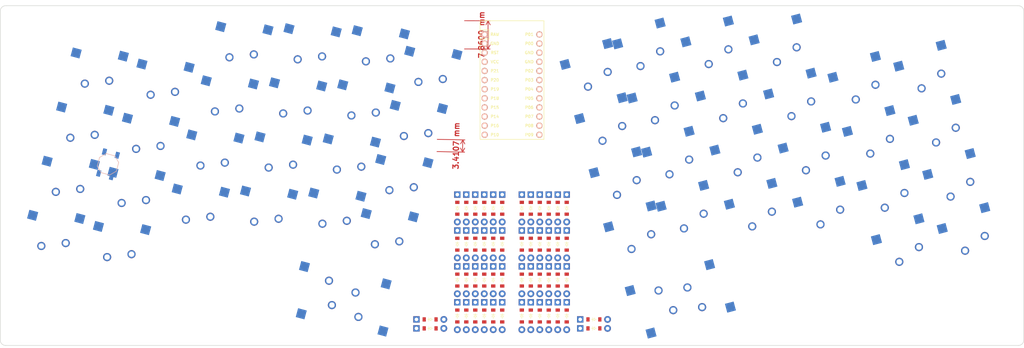
<source format=kicad_pcb>
(kicad_pcb (version 20220131) (generator pcbnew)
  (title_block (title "tin52mx_pm") (rev "v1.0.0") (company "Unknown"))
  (layers (0 "F.Cu" signal) (31 "B.Cu" signal) (34 "B.Paste" user) (35 "F.Paste" user) (36 "B.SilkS" user "B.Silkscreen") (37 "F.SilkS" user "F.Silkscreen") (38 "B.Mask" user) (39 "F.Mask" user) (44 "Edge.Cuts" user))
  (net 0 "")
  (net 1 "P1")
  (net 2 "outer_bottom")
  (net 3 "outer_home")
  (net 4 "outer_top")
  (net 5 "outer_num")
  (net 6 "P0")
  (net 7 "pinky_bottom")
  (net 8 "pinky_home")
  (net 9 "pinky_top")
  (net 10 "pinky_num")
  (net 11 "P2")
  (net 12 "ring_bottom")
  (net 13 "ring_home")
  (net 14 "ring_top")
  (net 15 "ring_num")
  (net 16 "P3")
  (net 17 "middle_bottom")
  (net 18 "middle_home")
  (net 19 "middle_top")
  (net 20 "middle_num")
  (net 21 "P4")
  (net 22 "index_bottom")
  (net 23 "index_home")
  (net 24 "index_top")
  (net 25 "index_num")
  (net 26 "P5")
  (net 27 "inner_bottom")
  (net 28 "inner_home")
  (net 29 "inner_top")
  (net 30 "inner_num")
  (net 31 "outer_thumb")
  (net 32 "inner_thumb")
  (net 33 "P6")
  (net 34 "P7")
  (net 35 "P8")
  (net 36 "P9")
  (net 37 "index_thumb")
  (net 38 "P10")
  (net 39 "P21")
  (net 40 "mirror_outer_bottom")
  (net 41 "mirror_outer_home")
  (net 42 "mirror_outer_top")
  (net 43 "mirror_outer_num")
  (net 44 "P20")
  (net 45 "mirror_pinky_bottom")
  (net 46 "mirror_pinky_home")
  (net 47 "mirror_pinky_top")
  (net 48 "mirror_pinky_num")
  (net 49 "P19")
  (net 50 "mirror_ring_bottom")
  (net 51 "mirror_ring_home")
  (net 52 "mirror_ring_top")
  (net 53 "mirror_ring_num")
  (net 54 "P18")
  (net 55 "mirror_middle_bottom")
  (net 56 "mirror_middle_home")
  (net 57 "mirror_middle_top")
  (net 58 "mirror_middle_num")
  (net 59 "P15")
  (net 60 "mirror_index_bottom")
  (net 61 "mirror_index_home")
  (net 62 "mirror_index_top")
  (net 63 "mirror_index_num")
  (net 64 "P14")
  (net 65 "mirror_inner_bottom")
  (net 66 "mirror_inner_home")
  (net 67 "mirror_inner_top")
  (net 68 "mirror_inner_num")
  (net 69 "mirror_outer_thumb")
  (net 70 "mirror_inner_thumb")
  (net 71 "mirror_index_thumb")
  (net 72 "RAW")
  (net 73 "GND")
  (net 74 "RST")
  (net 75 "VCC")
  (net 76 "P16")
  (footprint "E73:SW_TACT_ALPS_SKQGABE010" (layer "F.Cu") (at 94.673546 113.503341 75)
    (fp_text reference "B1" hide)
    (fp_text value "" hide)
  )
  (footprint "MX" (layer "F.Cu") (at 267.132595 95.103094 15)
    (fp_text reference "S82" hide)
    (fp_text value "" hide)
  )
  (footprint "MX" (layer "F.Cu") (at 167.84762 152.987577 -105)
    (fp_text reference "S52" hide)
    (fp_text value "" hide)
  )
  (footprint "ComboDiode" (layer "F.Cu") (at 209.909589 155.756201 -90)
    (fp_text reference "D47" hide)
    (fp_text value "" hide)
  )
  (footprint "MX" (layer "F.Cu") (at 87.956032 101.868265 165)
    (fp_text reference "S5" hide)
    (fp_text value "" hide)
  )
  (footprint "MX" (layer "F.Cu") (at 233.515125 101.393268 15)
    (fp_text reference "S98" hide)
    (fp_text value "" hide)
  )
  (footprint "MX" (layer "F.Cu") (at 172.768898 131.530154 -15)
    (fp_text reference "S42" hide)
    (fp_text value "" hide)
  )
  (footprint "MX" (layer "F.Cu") (at 334.4783 132.00515 15)
    (fp_text reference "S54" hide)
    (fp_text value "" hide)
  )
  (footprint "ComboDiode" (layer "F.Cu") (at 191.949589 145.756201 -90)
    (fp_text reference "D2" hide)
    (fp_text value "" hide)
  )
  (footprint "MX" (layer "F.Cu") (at 151.264159 80.034651 165)
    (fp_text reference "S31" hide)
    (fp_text value "" hide)
  )
  (footprint "ComboDiode" (layer "F.Cu") (at 229.979589 159.206201)
    (fp_text reference "D51" hide)
    (fp_text value "" hide)
  )
  (footprint "MX" (layer "F.Cu") (at 152.779177 148.95 75)
    (fp_text reference "S50" hide)
    (fp_text value "" hide)
  )
  (footprint "MX" (layer "F.Cu") (at 176.806476 116.461711 -15)
    (fp_text reference "S44" hide)
    (fp_text value "" hide)
  )
  (footprint "ComboDiode" (layer "F.Cu") (at 194.449589 135.756201 -90)
    (fp_text reference "D7" hide)
    (fp_text value "" hide)
  )
  (footprint "MX" (layer "F.Cu") (at 128.224621 94.540867 -15)
    (fp_text reference "S22" hide)
    (fp_text value "" hide)
  )
  (footprint "ComboDiode" (layer "F.Cu") (at 184.379589 159.206201)
    (fp_text reference "D25" hide)
    (fp_text value "" hide)
  )
  (footprint "MX" (layer "F.Cu") (at 322.365568 86.799822 -165)
    (fp_text reference "S59" hide)
    (fp_text value "" hide)
  )
  (footprint "MX" (layer "F.Cu") (at 102.241016 120.03449 165)
    (fp_text reference "S11" hide)
    (fp_text value "" hide)
  )
  (footprint "ComboDiode" (layer "F.Cu") (at 201.949589 145.756201 -90)
    (fp_text reference "D18" hide)
    (fp_text value "" hide)
  )
  (footprint "ComboDiode" (layer "F.Cu") (at 184.379589 156.706201)
    (fp_text reference "D26" hide)
    (fp_text value "" hide)
  )
  (footprint "MX" (layer "F.Cu") (at 267.132595 95.103094 -165)
    (fp_text reference "S81" hide)
    (fp_text value "" hide)
  )
  (footprint "MX" (layer "F.Cu") (at 110.31617 89.897604 165)
    (fp_text reference "S15" hide)
    (fp_text value "" hide)
  )
  (footprint "ComboDiode" (layer "F.Cu") (at 219.909589 155.756201 -90)
    (fp_text reference "D31" hide)
    (fp_text value "" hide)
  )
  (footprint "ComboDiode" (layer "F.Cu") (at 196.949589 135.756201 -90)
    (fp_text reference "D11" hide)
    (fp_text value "" hide)
  )
  (footprint "ComboDiode" (layer "F.Cu") (at 209.909589 125.756201 -90)
    (fp_text reference "D50" hide)
    (fp_text value "" hide)
  )
  (footprint "ComboDiode" (layer "F.Cu") (at 196.949589 125.756201 -90)
    (fp_text reference "D12" hide)
    (fp_text value "" hide)
  )
  (footprint "ComboDiode" (layer "F.Cu") (at 219.909589 135.756201 -90)
    (fp_text reference "D33" hide)
    (fp_text value "" hide)
  )
  (footprint "MX" (layer "F.Cu") (at 180.844053 101.393268 165)
    (fp_text reference "S45" hide)
    (fp_text value "" hide)
  )
  (footprint "ComboDiode" (layer "F.Cu") (at 201.949589 135.756201 -90)
    (fp_text reference "D19" hide)
    (fp_text value "" hide)
  )
  (footprint "ComboDiode" (layer "F.Cu") (at 199.449589 155.756201 -90)
    (fp_text reference "D13" hide)
    (fp_text value "" hide)
  )
  (footprint "MX" (layer "F.Cu") (at 271.170173 110.171537 15)
    (fp_text reference "S80" hide)
    (fp_text value "" hide)
  )
  (footprint "MX" (layer "F.Cu") (at 180.844053 101.393268 -15)
    (fp_text reference "S46" hide)
    (fp_text value "" hide)
  )
  (footprint "ComboDiode" (layer "F.Cu") (at 196.949589 145.756201 -90)
    (fp_text reference "D10" hide)
    (fp_text value "" hide)
  )
  (footprint "ComboDiode" (layer "F.Cu") (at 212.409589 145.756201 -90)
    (fp_text reference "D44" hide)
    (fp_text value "" hide)
  )
  (footprint "MX" (layer "F.Cu") (at 110.31617 89.897604 -15)
    (fp_text reference "S16" hide)
    (fp_text value "" hide)
  )
  (footprint "ComboDiode" (layer "F.Cu") (at 204.449589 155.756201 -90)
    (fp_text reference "D21" hide)
    (fp_text value "" hide)
  )
  (footprint "MX" (layer "F.Cu") (at 244.093057 80.596878 15)
    (fp_text reference "S92" hide)
    (fp_text value "" hide)
  )
  (footprint "MX" (layer "F.Cu") (at 143.189005 110.171537 165)
    (fp_text reference "S27" hide)
    (fp_text value "" hide)
  )
  (footprint "MX" (layer "F.Cu") (at 132.262198 79.472424 -15)
    (fp_text reference "S24" hide)
    (fp_text value "" hide)
  )
  (footprint "MX" (layer "F.Cu") (at 241.590279 131.530154 15)
    (fp_text reference "S94" hide)
    (fp_text value "" hide)
  )
  (footprint "ComboDiode" (layer "F.Cu") (at 217.409589 145.756201 -90)
    (fp_text reference "D36" hide)
    (fp_text value "" hide)
  )
  (footprint "MX" (layer "F.Cu") (at 308.080584 104.966047 -165)
    (fp_text reference "S65" hide)
    (fp_text value "" hide)
  )
  (footprint "MX" (layer "F.Cu") (at 229.477548 86.324825 -165)
    (fp_text reference "S99" hide)
    (fp_text value "" hide)
  )
  (footprint "ComboDiode" (layer "F.Cu") (at 229.979589 156.706201)
    (fp_text reference "D52" hide)
    (fp_text value "" hide)
  )
  (footprint "MX" (layer "F.Cu") (at 326.403145 101.868265 15)
    (fp_text reference "S58" hide)
    (fp_text value "" hide)
  )
  (footprint "MX" (layer "F.Cu") (at 316.155739 135.102933 15)
    (fp_text reference "S62" hide)
    (fp_text value "" hide)
  )
  (footprint "ProMicro" (layer "F.Cu") (at 207.179589 91.324825 -90)
    (fp_text reference "MCU1" hide)
    (fp_text value "" hide)
  )
  (footprint "MX" (layer "F.Cu") (at 151.264159 80.034651 -15)
    (fp_text reference "S32" hide)
    (fp_text value "" hide)
  )
  (footprint "MX" (layer "F.Cu") (at 248.130634 95.665321 -165)
    (fp_text reference "S89" hide)
    (fp_text value "" hide)
  )
  (footprint "ComboDiode" (layer "F.Cu") (at 196.949589 155.756201 -90)
    (fp_text reference "D9" hide)
    (fp_text value "" hide)
  )
  (footprint "MX" (layer "F.Cu") (at 275.20775 125.23998 15)
    (fp_text reference "S78" hide)
    (fp_text value "" hide)
  )
  (footprint "ComboDiode" (layer "F.Cu") (at 212.409589 125.756201 -90)
    (fp_text reference "D46" hide)
    (fp_text value "" hide)
  )
  (footprint "ComboDiode" (layer "F.Cu") (at 217.409589 135.756201 -90)
    (fp_text reference "D37" hide)
    (fp_text value "" hide)
  )
  (footprint "MX" (layer "F.Cu") (at 147.226582 95.103094 -15)
    (fp_text reference "S30" hide)
    (fp_text value "" hide)
  )
  (footprint "MX" (layer "F.Cu") (at 91.993609 86.799822 165)
    (fp_text reference "S7" hide)
    (fp_text value "" hide)
  )
  (footprint "MX" (layer "F.Cu") (at 275.20775 125.23998 -165)
    (fp_text reference "S77" hide)
    (fp_text value "" hide)
  )
  (footprint "MX" (layer "F.Cu") (at 79.880878 132.00515 -15)
    (fp_text reference "S2" hide)
    (fp_text value "" hide)
  )
  (footprint "MX" (layer "F.Cu") (at 252.168211 110.733764 -165)
    (fp_text reference "S87" hide)
    (fp_text value "" hide)
  )
  (footprint "MX" (layer "F.Cu") (at 128.224621 94.540867 165)
    (fp_text reference "S21" hide)
    (fp_text value "" hide)
  )
  (footprint "MX" (layer "F.Cu") (at 294.209711 124.677753 -165)
    (fp_text reference "S69" hide)
    (fp_text value "" hide)
  )
  (footprint "MX" (layer "F.Cu") (at 330.440722 116.936707 -165)
    (fp_text reference "S55" hide)
    (fp_text value "" hide)
  )
  (footprint "MX" (layer "F.Cu") (at 167.84762 152.987577 75)
    (fp_text reference "S51" hide)
    (fp_text value "" hide)
  )
  (footprint "MX" (layer "F.Cu") (at 83.918455 116.936707 165)
    (fp_text reference "S3" hide)
    (fp_text value "" hide)
  )
  (footprint "MX" (layer "F.Cu") (at 286.134556 94.540867 15)
    (fp_text reference "S74" hide)
    (fp_text value "" hide)
  )
  (footprint "ComboDiode" (layer "F.Cu") (at 204.449589 145.756201 -90)
    (fp_text reference "D22" hide)
    (fp_text value "" hide)
  )
  (footprint "MX" (layer "F.Cu") (at 256.205788 125.802207 15)
    (fp_text reference "S86" hide)
    (fp_text value "" hide)
  )
  (footprint "ComboDiode" (layer "F.Cu") (at 201.949589 155.756201 -90)
    (fp_text reference "D17" hide)
    (fp_text value "" hide)
  )
  (footprint "MX" (layer "F.Cu") (at 330.440722 116.936707 15)
    (fp_text reference "S56" hide)
    (fp_text value "" hide)
  )
  (footprint "MX" (layer "F.Cu") (at 91.993609 86.799822 -15)
    (fp_text reference "S8" hide)
    (fp_text value "" hide)
  )
  (footprint "MX" (layer "F.Cu") (at 263.095018 80.034651 15)
    (fp_text reference "S84" hide)
    (fp_text value "" hide)
  )
  (footprint "MX" (layer "F.Cu") (at 233.515125 101.393268 -165)
    (fp_text reference "S97" hide)
    (fp_text value "" hide)
  )
  (footprint "ComboDiode" (layer "F.Cu") (at 204.449589 135.756201 -90)
    (fp_text reference "D23" hide)
    (fp_text value "" hide)
  )
  (footprint "MX" (layer "F.Cu") (at 261.58 148.95 -75)
    (fp_text reference "S102" hide)
    (fp_text value "" hide)
  )
  (footprint "ComboDiode" (layer "F.Cu") (at 201.949589 125.756201 -90)
    (fp_text reference "D20" hide)
    (fp_text value "" hide)
  )
  (footprint "MX" (layer "F.Cu") (at 124.187044 109.60931 -15)
    (fp_text reference "S20" hide)
    (fp_text value "" hide)
  )
  (footprint "MX" (layer "F.Cu") (at 147.226582 95.103094 165)
    (fp_text reference "S29" hide)
    (fp_text value "" hide)
  )
  (footprint "MX" (layer "F.Cu") (at 152.779177 148.95 -105)
    (fp_text reference "S49" hide)
    (fp_text value "" hide)
  )
  (footprint "MX" (layer "F.Cu") (at 87.956032 101.868265 -15)
    (fp_text reference "S6" hide)
    (fp_text value "" hide)
  )
  (footprint "MX" (layer "F.Cu") (at 132.262198 79.472424 165)
    (fp_text reference "S23" hide)
    (fp_text value "" hide)
  )
  (footprint "MX" (layer "F.Cu") (at 176.806476 116.461711 165)
    (fp_text reference "S43" hide)
    (fp_text value "" hide)
  )
  (footprint "MX" (layer "F.Cu") (at 158.153389 125.802207 165)
    (fp_text reference "S33" hide)
    (fp_text value "" hide)
  )
  (footprint "ComboDiode" (layer "F.Cu") (at 222.409589 135.756201 -90)
    (fp_text reference "D29" hide)
    (fp_text value "" hide)
  )
  (footprint "ComboDiode" (layer "F.Cu") (at 217.409589 125.756201 -90)
    (fp_text reference "D38" hide)
    (fp_text value "" hide)
  )
  (footprint "MX" (layer "F.Cu") (at 184.88163 86.324825 165)
    (fp_text reference "S47" hide)
    (fp_text value "" hide)
  )
  (footprint "MX" (layer "F.Cu") (at 271.170173 110.171537 -165)
    (fp_text reference "S79" hide)
    (fp_text value "" hide)
  )
  (footprint "MX" (layer "F.Cu") (at 98.203439 135.102933 165)
    (fp_text reference "S9" hide)
    (fp_text value "" hide)
  )
  (footprint "ComboDiode" (layer "F.Cu") (at 222.409589 125.756201 -90)
    (fp_text reference "D30" hide)
    (fp_text value "" hide)
  )
  (footprint "MX" (layer "F.Cu") (at 304.043007 89.897604 15)
    (fp_text reference "S68" hide)
    (fp_text value "" hide)
  )
  (footprint "MX" (layer "F.Cu") (at 98.203439 135.102933 -15)
    (fp_text reference "S10" hide)
    (fp_text value "" hide)
  )
  (footprint "MX" (layer "F.Cu") (at 248.130634 95.665321 15)
    (fp_text reference "S90" hide)
    (fp_text value "" hide)
  )
  (footprint "MX" (layer "F.Cu") (at 246.511557 152.987577 -75)
    (fp_text reference "S103" hide)
    (fp_text value "" hide)
  )
  (footprint "MX" (layer "F.Cu") (at 166.228543 95.665321 -15)
    (fp_text reference "S38" hide)
    (fp_text value "" hide)
  )
  (footprint "MX" (layer "F.Cu") (at 312.118161 120.03449 15)
    (fp_text reference "S64" hide)
    (fp_text value "" hide)
  )
  (footprint "ComboDiode" (layer "F.Cu") (at 222.409589 155.756201 -90)
    (fp_text reference "D27" hide)
    (fp_text value "" hide)
  )
  (footprint "ComboDiode" (layer "F.Cu") (at 219.909589 145.756201 -90)
    (fp_text reference "D32" hide)
    (fp_text value "" hide)
  )
  (footprint "MX" (layer "F.Cu") (at 106.278593 104.966047 -15)
    (fp_text reference "S14" hide)
    (fp_text value "" hide)
  )
  (footprint "MX" (layer "F.Cu") (at 83.918455 116.936707 -15)
    (fp_text reference "S4" hide)
    (fp_text value "" hide)
  )
  (footprint "MX" (layer "F.Cu") (at 294.209711 124.677753 15)
    (fp_text reference "S70" hide)
    (fp_text value "" hide)
  )
  (footprint "MX" (layer "F.Cu") (at 170.26612 80.596878 -15)
    (fp_text reference "S40" hide)
    (fp_text value "" hide)
  )
  (footprint "MX" (layer "F.Cu") (at 246.511557 152.987577 105)
    (fp_text reference "S104" hide)
    (fp_text value "" hide)
  )
  (footprint "ComboDiode" (layer "F.Cu") (at 214.909589 155.756201 -90)
    (fp_text reference "D39" hide)
    (fp_text value "" hide)
  )
  (footprint "MX" (layer "F.Cu") (at 241.590279 131.530154 -165)
    (fp_text reference "S93" hide)
    (fp_text value "" hide)
  )
  (footprint "MX" (layer "F.Cu") (at 237.552702 116.461711 15)
    (fp_text reference "S96" hide)
    (fp_text value "" hide)
  )
  (footprint "ComboDiode" (layer "F.Cu") (at 191.949589 135.756201 -90)
    (fp_text reference "D3" hide)
    (fp_text value "" hide)
  )
  (footprint "MX" (layer "F.Cu") (at 143.189005 110.171537 -15)
    (fp_text reference "S28" hide)
    (fp_text value "" hide)
  )
  (footprint "ComboDiode" (layer "F.Cu") (at 199.449589 125.756201 -90)
    (fp_text reference "D16" hide)
    (fp_text value "" hide)
  )
  (footprint "ComboDiode" (layer "F.Cu") (at 214.909589 135.756201 -90)
    (fp_text reference "D41" hide)
    (fp_text value "" hide)
  )
  (footprint "MX" (layer "F.Cu") (at 120.149467 124.677753 165)
    (fp_text reference "S17" hide)
    (fp_text value "" hide)
  )
  (footprint "MX" (layer "F.Cu") (at 252.168211 110.733764 15)
    (fp_text reference "S88" hide)
    (fp_text value "" hide)
  )
  (footprint "MX" (layer "F.Cu") (at 334.4783 132.00515 -165)
    (fp_text reference "S53" hide)
    (fp_text value "" hide)
  )
  (footprint "MX" (layer "F.Cu") (at 162.190966 110.733764 165)
    (fp_text reference "S35" hide)
    (fp_text value "" hide)
  )
  (footprint "MX" (layer "F.Cu") (at 124.187044 109.60931 165)
    (fp_text reference "S19" hide)
    (fp_text value "" hide)
  )
  (footprint "ComboDiode" (layer "F.Cu") (at 214.909589 145.756201 -90)
    (fp_text reference "D40" hide)
    (fp_text value "" hide)
  )
  (footprint "MX" (layer "F.Cu") (at 170.26612 80.596878 165)
    (fp_text reference "S39" hide)
    (fp_text value "" hide)
  )
  (footprint "MX" (layer "F.Cu") (at 139.151428 125.23998 165)
    (fp_text reference "S25" hide)
    (fp_text value "" hide)
  )
  (footprint "ComboDiode" (layer "F.Cu") (at 222.409589 145.756201 -90)
    (fp_text reference "D28" hide)
    (fp_text value "" hide)
  )
  (footprint "MX" (layer "F.Cu") (at 139.151428 125.23998 -15)
    (fp_text reference "S26" hide)
    (fp_text value "" hide)
  )
  (footprint "ComboDiode" (layer "F.Cu") (at 212.409589 155.756201 -90)
    (fp_text reference "D43" hide)
    (fp_text value "" hide)
  )
  (footprint "ComboDiode" (layer "F.Cu") (at 199.449589 135.756201 -90)
    (fp_text reference "D15" hide)
    (fp_text value "" hide)
  )
  (footprint "ComboDiode" (layer "F.Cu") (at 209.909589 135.756201 -90)
    (fp_text reference "D49" hide)
    (fp_text value "" hide)
  )
  (footprint "ComboDiode" (layer "F.Cu") (at 214.909589 125.756201 -90)
    (fp_text reference "D42" hide)
    (fp_text value "" hide)
  )
  (footprint "MX" (layer "F.Cu") (at 304.043007 89.897604 -165)
    (fp_text reference "S67" hide)
    (fp_text value "" hide)
  )
  (footprint "MX" (layer "F.Cu") (at 312.118161 120.03449 -165)
    (fp_text reference "S63" hide)
    (fp_text value "" hide)
  )
  (footprint "MX" (layer "F.Cu") (at 229.477548 86.324825 15)
    (fp_text reference "S100" hide)
    (fp_text value "" hide)
  )
  (footprint "ComboDiode" (layer "F.Cu") (at 219.909589 125.756201 -90)
    (fp_text reference "D34" hide)
    (fp_text value "" hide)
  )
  (footprint "ComboDiode" (layer "F.Cu") (at 191.949589 155.756201 -90)
    (fp_text reference "D1" hide)
    (fp_text value "" hide)
  )
  (footprint "MX" (layer "F.Cu") (at 290.172134 109.60931 -165)
    (fp_text reference "S71" hide)
    (fp_text value "" hide)
  )
  (footprint "MX" (layer "F.Cu") (at 261.58 148.95 105)
    (fp_text reference "S101" hide)
    (fp_text value "" hide)
  )
  (footprint "MX" (layer "F.Cu") (at 237.552702 116.461711 -165)
    (fp_text reference "S95" hide)
    (fp_text value "" hide)
  )
  (footprint "MX" (layer "F.Cu") (at 286.134556 94.540867 -165)
    (fp_text reference "S73" hide)
    (fp_text value "" hide)
  )
  (footprint "ComboDiode" (layer "F.Cu") (at 204.449589 125.756201 -90)
    (fp_text reference "D24" hide)
    (fp_text value "" hide)
  )
  (footprint "ComboDiode" (layer "F.Cu") (at 199.449589 145.756201 -90)
    (fp_text reference "D14" hide)
    (fp_text value "" hide)
  )
  (footprint "ComboDiode" (layer "F.Cu") (at 191.949589 125.756201 -90)
    (fp_text reference "D4" hide)
    (fp_text value "" hide)
  )
  (footprint "ComboDiode" (layer "F.Cu") (at 194.449589 145.756201 -90)
    (fp_text reference "D6" hide)
    (fp_text value "" hide)
  )
  (footprint "ComboDiode" (layer "F.Cu") (at 212.409589 135.756201 -90)
    (fp_text reference "D45" hide)
    (fp_text value "" hide)
  )
  (footprint "ComboDiode" (layer "F.Cu") (at 217.409589 155.756201 -90)
    (fp_text reference "D35" hide)
    (fp_text value "" hide)
  )
  (footprint "MX" (layer "F.Cu") (at 326.403145 101.868265 -165)
    (fp_text reference "S57" hide)
    (fp_text value "" hide)
  )
  (footprint "MX" (layer "F.Cu") (at 308.080584 104.966047 15)
    (fp_text reference "S66" hide)
    (fp_text value "" hide)
  )
  (footprint "MX" (layer "F.Cu") (at 172.768898 131.530154 165)
    (fp_text reference "S41" hide)
    (fp_text value "" hide)
  )
  (footprint "ComboDiode" (layer "F.Cu") (at 194.449589 125.756201 -90)
    (fp_text reference "D8" hide)
    (fp_text value "" hide)
  )
  (footprint "MX" (layer "F.Cu") (at 102.241016 120.03449 -15)
    (fp_text reference "S12" hide)
    (fp_text value "" hide)
  )
  (footprint "MX" (layer "F.Cu") (at 120.149467 124.677753 -15)
    (fp_text reference "S18" hide)
    (fp_text value "" hide)
  )
  (footprint "ComboDiode" (layer "F.Cu") (at 209.909589 145.756201 -90)
    (fp_text reference "D48" hide)
    (fp_text value "" hide)
  )
  (footprint "MX" (layer "F.Cu") (at 162.190966 110.733764 -15)
    (fp_text reference "S36" hide)
    (fp_text value "" hide)
  )
  (footprint "MX" (layer "F.Cu") (at 263.095018 80.034651 -165)
    (fp_text reference "S83" hide)
    (fp_text value "" hide)
  )
  (footprint "MX" (layer "F.Cu") (at 79.880878 132.00515 165)
    (fp_text reference "S1" hide)
    (fp_text value "" hide)
  )
  (footprint "MX" (layer "F.Cu") (at 316.155739 135.102933 -165)
    (fp_text reference "S61" hide)
    (fp_text value "" hide)
  )
  (footprint "ComboDiode" (layer "F.Cu") (at 194.449589 155.756201 -90)
    (fp_text reference "D5" hide)
    (fp_text value "" hide)
  )
  (footprint "MX" (layer "F.Cu") (at 290.172134 109.60931 15)
    (fp_text reference "S72" hide)
    (fp_text value "" hide)
  )
  (footprint "MX" (layer "F.Cu") (at 322.365568 86.799822 15)
    (fp_text reference "S60" hide)
    (fp_text value "" hide)
  )
  (footprint "MX" (layer "F.Cu") (at 282.096979 79.472424 -165)
    (fp_text reference "S75" hide)
    (fp_text value "" hide)
  )
  (footprint "MX" (layer "F.Cu") (at 106.278593 104.966047 165)
    (fp_text reference "S13" hide)
    (fp_text value "" hide)
  )
  (footprint "MX" (layer "F.Cu") (at 166.228543 95.665321 165)
    (fp_text reference "S37" hide)
    (fp_text value "" hide)
  )
  (footprint "MX" (layer "F.Cu") (at 256.205788 125.802207 -165)
    (fp_text reference "S85" hide)
    (fp_text value "" hide)
  )
  (footprint "MX" (layer "F.Cu") (at 282.096979 79.472424 15)
    (fp_text reference "S76" hide)
    (fp_text value "" hide)
  )
  (footprint "MX" (layer "F.Cu") (at 158.153389 125.802207 -15)
    (fp_text reference "S34" hide)
    (fp_text value "" hide)
  )
  (footprint "MX" (layer "F.Cu") (at 184.88163 86.324825 -15)
    (fp_text reference "S48" hide)
    (fp_text value "" hide)
  )
  (footprint "MX" (layer "F.Cu") (at 244.093057 80.596878 -165)
    (fp_text reference "S91" hide)
    (fp_text value "" hide)
  )
  (gr_line (start 64.679589 70.856201) (end 64.679589 162.456201) (stroke (width 0.15)) (layer "Edge.Cuts"))
  (gr_line (start 348.179589 69.356201) (end 66.179589 69.356201) (stroke (width 0.15)) (layer "Edge.Cuts"))
  (gr_arc (start 348.179589 69.356201) (mid 349.240249 69.795541) (end 349.679589 70.856201) (stroke (width 0.15)) (layer "Edge.Cuts"))
  (gr_line (start 349.679589 162.456201) (end 349.679589 70.856201) (stroke (width 0.15)) (layer "Edge.Cuts"))
  (gr_line (start 66.179589 163.956201) (end 348.179589 163.956201) (stroke (width 0.15)) (layer "Edge.Cuts"))
  (gr_arc (start 349.679589 162.456201) (mid 349.240249 163.516861) (end 348.179589 163.956201) (stroke (width 0.15)) (layer "Edge.Cuts"))
  (gr_arc (start 66.179589 163.956201) (mid 65.118929 163.516861) (end 64.679589 162.456201) (stroke (width 0.15)) (layer "Edge.Cuts"))
  (gr_arc (start 64.679589 70.856201) (mid 65.118929 69.795541) (end 66.179589 69.356201) (stroke (width 0.15)) (layer "Edge.Cuts"))
  (dimension (type aligned) (layer "F.Cu") (pts (xy 193.44 81.39) (xy 193.46 73.53)) (height 7.051478) (gr_text "7.8600  mm" (at 198.701461 77.473363 -0.1457904729) (layer "F.Cu") (effects (font (size 1.5 1.5) (thickness 0.3)))) (format (units 3) (units_format 1) (precision 4)) (style (thickness 0.2) (arrow_length 1.27) (text_position_mode 0) (extension_height 0.58642) (extension_offset 0.5) keep_text_aligned))
  (dimension (type aligned) (layer "F.Cu") (pts (xy 185.78 109.96) (xy 185.85 106.55)) (height 7.627425) (gr_text "3.4107  mm" (at 191.641197 108.3746 -1.17599453) (layer "F.Cu") (effects (font (size 1.5 1.5) (thickness 0.3)))) (format (units 3) (units_format 1) (precision 4)) (style (thickness 0.2) (arrow_length 1.27) (text_position_mode 0) (extension_height 0.58642) (extension_offset 0.5) keep_text_aligned))
)
</source>
